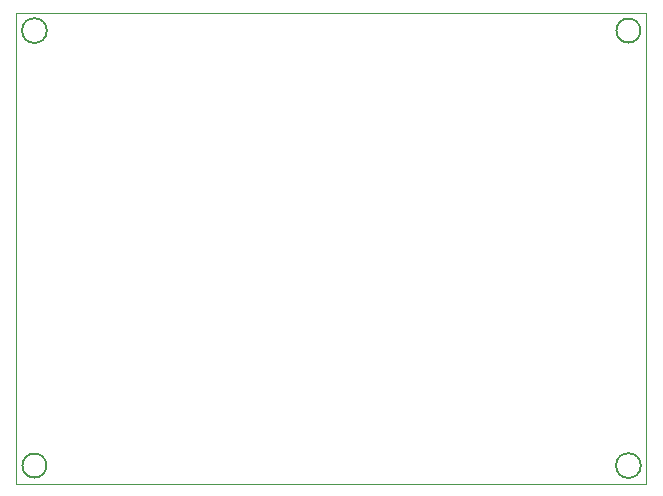
<source format=gbr>
%TF.GenerationSoftware,KiCad,Pcbnew,(6.0.2)*%
%TF.CreationDate,2022-04-09T01:06:01+09:00*%
%TF.ProjectId,joystick-input,6a6f7973-7469-4636-9b2d-696e7075742e,rev?*%
%TF.SameCoordinates,Original*%
%TF.FileFunction,Profile,NP*%
%FSLAX46Y46*%
G04 Gerber Fmt 4.6, Leading zero omitted, Abs format (unit mm)*
G04 Created by KiCad (PCBNEW (6.0.2)) date 2022-04-09 01:06:01*
%MOMM*%
%LPD*%
G01*
G04 APERTURE LIST*
%TA.AperFunction,Profile*%
%ADD10C,0.150000*%
%TD*%
%TA.AperFunction,Profile*%
%ADD11C,0.100000*%
%TD*%
G04 APERTURE END LIST*
D10*
X164655500Y-69278500D02*
G75*
G03*
X164655500Y-69278500I-1016000J0D01*
G01*
D11*
X111823500Y-67754500D02*
X165163500Y-67754500D01*
D10*
X114394769Y-69278500D02*
G75*
G03*
X114394769Y-69278500I-1047269J0D01*
G01*
D11*
X111823500Y-107632500D02*
X111823500Y-67754500D01*
X165163500Y-67754500D02*
X165163500Y-107632500D01*
X165163500Y-107632500D02*
X111823500Y-107632500D01*
D10*
X114363500Y-106108500D02*
G75*
G03*
X114363500Y-106108500I-1016000J0D01*
G01*
X164686769Y-106108500D02*
G75*
G03*
X164686769Y-106108500I-1047269J0D01*
G01*
M02*

</source>
